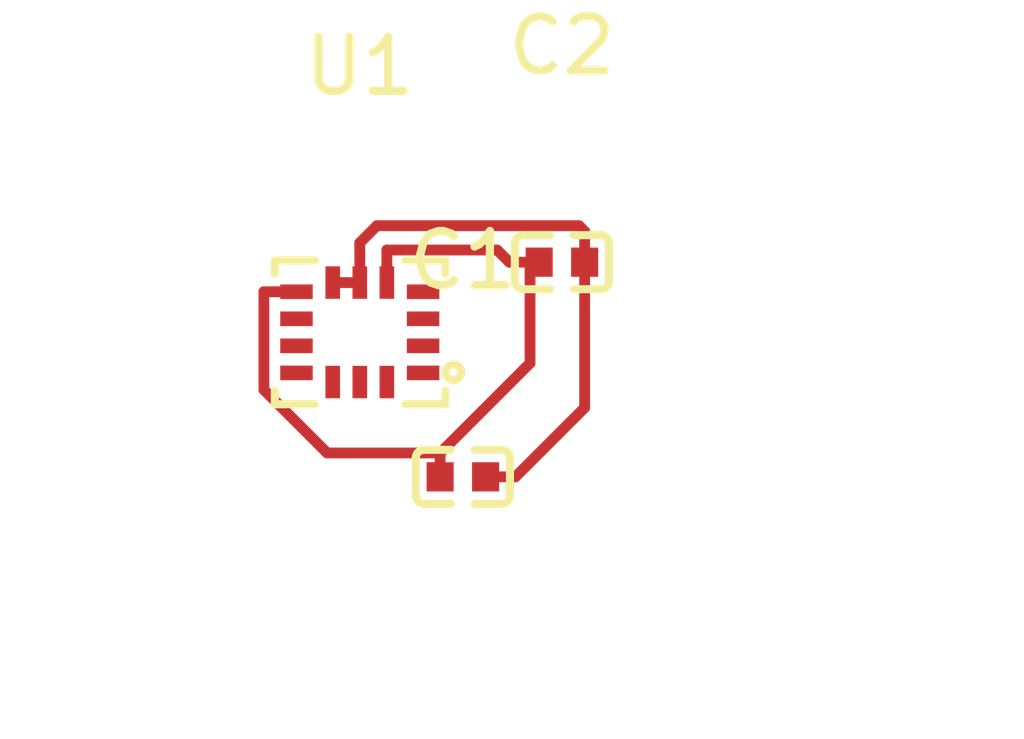
<source format=kicad_pcb>
(kicad_pcb (version 20241229) (generator "pcbnew") (generator_version "9.0")
  (layers (0 "F.Cu" signal) (2 "B.Cu" signal) (13 "F.Paste" user) (15 "B.Paste" user) (5 "F.SilkS" user "F.Silkscreen") (7 "B.SilkS" user "B.Silkscreen") (1 "F.Mask" user) (3 "B.Mask" user) (25 "Edge.Cuts" user))
  (net 0 "")
  (net 1 "SDO_SA0")
  (net 2 "i2c_scl")
  (net 3 "int1")
  (net 4 "SDX")
  (net 5 "vcc")
  (net 6 "i2c_sda")
  (net 7 "CS_AUX")
  (net 8 "SDO_SUX")
  (net 9 "gnd")
  (net 10 "CS")
  (net 11 "SCX")
  (net 12 "int2")
  (footprint "Samsung_Electro_Mechanics_CL05B104KO5NNNC:C0402" (layer "F.Cu") (at 105.6041 106.2451)
    (property "Reference" "C1" (at 0 -4 0) (layer "F.SilkS"))
    (property "Value" "100nF ±10% 16V X7R")
    (fp_line (start -0.87 0.35) (end -0.87 -0.35) (stroke (width 0.15)) (layer "F.SilkS"))
    (fp_line (start -0.72 -0.5) (end -0.22 -0.5) (stroke (width 0.15)) (layer "F.SilkS"))
    (fp_line (start -0.22 0.5) (end -0.72 0.5) (stroke (width 0.15)) (layer "F.SilkS"))
    (fp_line (start 0.22 -0.5) (end 0.72 -0.5) (stroke (width 0.15)) (layer "F.SilkS"))
    (fp_line (start 0.72 0.5) (end 0.22 0.5) (stroke (width 0.15)) (layer "F.SilkS"))
    (fp_line (start 0.87 -0.35) (end 0.87 0.35) (stroke (width 0.15)) (layer "F.SilkS"))
    (fp_arc (start -0.87 -0.35) (mid -0.826066 -0.456066) (end -0.72 -0.5) (stroke (width 0.15)) (layer "F.SilkS"))
    (fp_arc (start -0.72 0.5) (mid -0.826066 0.456066) (end -0.87 0.35) (stroke (width 0.15)) (layer "F.SilkS"))
    (fp_arc (start 0.72 -0.5) (mid 0.826066 -0.456066) (end 0.87 -0.35) (stroke (width 0.15)) (layer "F.SilkS"))
    (fp_arc (start 0.87 0.35) (mid 0.826066 0.456066) (end 0.72 0.5) (stroke (width 0.15)) (layer "F.SilkS"))
    (fp_text user "${REFERENCE}" (at 0 -4 0) (layer "F.SilkS"))
    (pad "1" smd rect (at -0.42 0) (size 0.5 0.54) (layers "F.Cu" "F.Mask" "F.Paste") (net 5 "vcc"))
    (pad "2" smd rect (at 0.42 0) (size 0.5 0.54) (layers "F.Cu" "F.Mask" "F.Paste") (net 9 "gnd"))
  )
  (footprint "QST_QMI8658C:LGA-14_L3.0-W2.5-P0.50-BR" (layer "F.Cu") (at 103.6991 103.5723)
    (property "Reference" "U1" (at 0 -4.92 0) (layer "F.SilkS"))
    (property "Value" "")
    (fp_line (start -1.57 -1.33) (end -1.57 -1.08) (stroke (width 0.15)) (layer "F.SilkS"))
    (fp_line (start -1.57 1.33) (end -1.57 1.08) (stroke (width 0.15)) (layer "F.SilkS"))
    (fp_line (start -0.83 -1.33) (end -1.57 -1.33) (stroke (width 0.15)) (layer "F.SilkS"))
    (fp_line (start -0.83 1.33) (end -1.57 1.33) (stroke (width 0.15)) (layer "F.SilkS"))
    (fp_line (start 0.84 -1.33) (end 1.58 -1.33) (stroke (width 0.15)) (layer "F.SilkS"))
    (fp_line (start 0.84 1.33) (end 1.58 1.33) (stroke (width 0.15)) (layer "F.SilkS"))
    (fp_line (start 1.58 -1.33) (end 1.58 -1.08) (stroke (width 0.15)) (layer "F.SilkS"))
    (fp_line (start 1.58 1.33) (end 1.58 1.08) (stroke (width 0.15)) (layer "F.SilkS"))
    (fp_circle (center 1.73 0.74) (end 1.8 0.74) (stroke (width 0.15)) (fill no) (layer "F.SilkS"))
    (fp_text user "${REFERENCE}" (at 0 -4.92 0) (layer "F.SilkS"))
    (pad "1" smd rect (at 1.17 0.75) (size 0.6 0.27) (layers "F.Cu" "F.Mask" "F.Paste") (net 1 "SDO_SA0"))
    (pad "2" smd rect (at 1.17 0.25) (size 0.6 0.27) (layers "F.Cu" "F.Mask" "F.Paste") (net 4 "SDX"))
    (pad "3" smd rect (at 1.17 -0.25) (size 0.6 0.27) (layers "F.Cu" "F.Mask" "F.Paste") (net 11 "SCX"))
    (pad "4" smd rect (at 1.17 -0.75) (size 0.6 0.27) (layers "F.Cu" "F.Mask" "F.Paste") (net 3 "int1"))
    (pad "5" smd rect (at 0.5 -0.92) (size 0.27 0.6) (layers "F.Cu" "F.Mask" "F.Paste") (net 5 "vcc"))
    (pad "6" smd rect (at 0 -0.92) (size 0.27 0.6) (layers "F.Cu" "F.Mask" "F.Paste") (net 9 "gnd"))
    (pad "7" smd rect (at -0.5 -0.92) (size 0.27 0.6) (layers "F.Cu" "F.Mask" "F.Paste") (net 9 "gnd"))
    (pad "8" smd rect (at -1.17 -0.75) (size 0.6 0.27) (layers "F.Cu" "F.Mask" "F.Paste") (net 5 "vcc"))
    (pad "9" smd rect (at -1.17 -0.25) (size 0.6 0.27) (layers "F.Cu" "F.Mask" "F.Paste") (net 12 "int2"))
    (pad "10" smd rect (at -1.17 0.25) (size 0.6 0.27) (layers "F.Cu" "F.Mask" "F.Paste") (net 7 "CS_AUX"))
    (pad "11" smd rect (at -1.17 0.75) (size 0.6 0.27) (layers "F.Cu" "F.Mask" "F.Paste") (net 8 "SDO_SUX"))
    (pad "12" smd rect (at -0.5 0.92) (size 0.27 0.6) (layers "F.Cu" "F.Mask" "F.Paste") (net 10 "CS"))
    (pad "13" smd rect (at 0 0.92) (size 0.27 0.6) (layers "F.Cu" "F.Mask" "F.Paste") (net 2 "i2c_scl"))
    (pad "14" smd rect (at 0.5 0.92) (size 0.27 0.6) (layers "F.Cu" "F.Mask" "F.Paste") (net 6 "i2c_sda"))
  )
  (footprint "Samsung_Electro_Mechanics_CL05B104KO5NNNC:C0402" (layer "F.Cu") (at 107.4341 102.2754)
    (property "Reference" "C2" (at 0 -4 0) (layer "F.SilkS"))
    (property "Value" "100nF ±10% 16V X7R")
    (fp_line (start -0.87 0.35) (end -0.87 -0.35) (stroke (width 0.15)) (layer "F.SilkS"))
    (fp_line (start -0.72 -0.5) (end -0.22 -0.5) (stroke (width 0.15)) (layer "F.SilkS"))
    (fp_line (start -0.22 0.5) (end -0.72 0.5) (stroke (width 0.15)) (layer "F.SilkS"))
    (fp_line (start 0.22 -0.5) (end 0.72 -0.5) (stroke (width 0.15)) (layer "F.SilkS"))
    (fp_line (start 0.72 0.5) (end 0.22 0.5) (stroke (width 0.15)) (layer "F.SilkS"))
    (fp_line (start 0.87 -0.35) (end 0.87 0.35) (stroke (width 0.15)) (layer "F.SilkS"))
    (fp_arc (start -0.87 -0.35) (mid -0.826066 -0.456066) (end -0.72 -0.5) (stroke (width 0.15)) (layer "F.SilkS"))
    (fp_arc (start -0.72 0.5) (mid -0.826066 0.456066) (end -0.87 0.35) (stroke (width 0.15)) (layer "F.SilkS"))
    (fp_arc (start 0.72 -0.5) (mid 0.826066 -0.456066) (end 0.87 -0.35) (stroke (width 0.15)) (layer "F.SilkS"))
    (fp_arc (start 0.87 0.35) (mid 0.826066 0.456066) (end 0.72 0.5) (stroke (width 0.15)) (layer "F.SilkS"))
    (fp_text user "${REFERENCE}" (at 0 -4 0) (layer "F.SilkS"))
    (pad "1" smd rect (at -0.42 0) (size 0.5 0.54) (layers "F.Cu" "F.Mask" "F.Paste") (net 5 "vcc"))
    (pad "2" smd rect (at 0.42 0) (size 0.5 0.54) (layers "F.Cu" "F.Mask" "F.Paste") (net 9 "gnd"))
  )
  (segment (start 107.0141 102.2754) (end 106.8453 102.2754) (width 0.2) (layer "F.Cu") (net 5))
  (segment (start 104.1991 102.0506) (end 106.2376 102.0506) (width 0.2) (layer "F.Cu") (net 5))
  (segment (start 103.096 105.8038) (end 105.1841 105.8038) (width 0.2) (layer "F.Cu") (net 5))
  (segment (start 105.1841 105.932) (end 105.1841 105.8038) (width 0.2) (layer "F.Cu") (net 5))
  (segment (start 106.8453 104.1426) (end 106.8453 102.2754) (width 0.2) (layer "F.Cu") (net 5))
  (segment (start 106.8453 102.2754) (end 106.4624 102.2754) (width 0.2) (layer "F.Cu") (net 5))
  (segment (start 105.1841 105.8038) (end 106.8453 104.1426) (width 0.2) (layer "F.Cu") (net 5))
  (segment (start 101.9274 102.8223) (end 101.9274 104.6352) (width 0.2) (layer "F.Cu") (net 5))
  (segment (start 105.1841 106.2451) (end 105.1841 105.932) (width 0.2) (layer "F.Cu") (net 5))
  (segment (start 104.1991 102.6523) (end 104.1991 102.0506) (width 0.2) (layer "F.Cu") (net 5))
  (segment (start 102.5291 102.8223) (end 101.9274 102.8223) (width 0.2) (layer "F.Cu") (net 5))
  (segment (start 106.2376 102.0506) (end 106.4624 102.2754) (width 0.2) (layer "F.Cu") (net 5))
  (segment (start 101.9274 104.6352) (end 103.096 105.8038) (width 0.2) (layer "F.Cu") (net 5))
  (segment (start 103.6991 102.6523) (end 103.6991 101.917) (width 0.2) (layer "F.Cu") (net 9))
  (segment (start 107.8541 102.2754) (end 107.8541 101.7037) (width 0.2) (layer "F.Cu") (net 9))
  (segment (start 103.4491 102.6523) (end 103.6991 102.6523) (width 0.2) (layer "F.Cu") (net 9))
  (segment (start 107.7507 101.6003) (end 107.8541 101.7037) (width 0.2) (layer "F.Cu") (net 9))
  (segment (start 106.0241 106.2451) (end 106.5758 106.2451) (width 0.2) (layer "F.Cu") (net 9))
  (segment (start 104.0158 101.6003) (end 107.7507 101.6003) (width 0.2) (layer "F.Cu") (net 9))
  (segment (start 103.1991 102.6523) (end 103.4491 102.6523) (width 0.2) (layer "F.Cu") (net 9))
  (segment (start 103.6991 101.917) (end 104.0158 101.6003) (width 0.2) (layer "F.Cu") (net 9))
  (segment (start 106.5758 106.2451) (end 107.8541 104.9668) (width 0.2) (layer "F.Cu") (net 9))
  (segment (start 107.8541 104.9668) (end 107.8541 102.2754) (width 0.2) (layer "F.Cu") (net 9))
)
</source>
